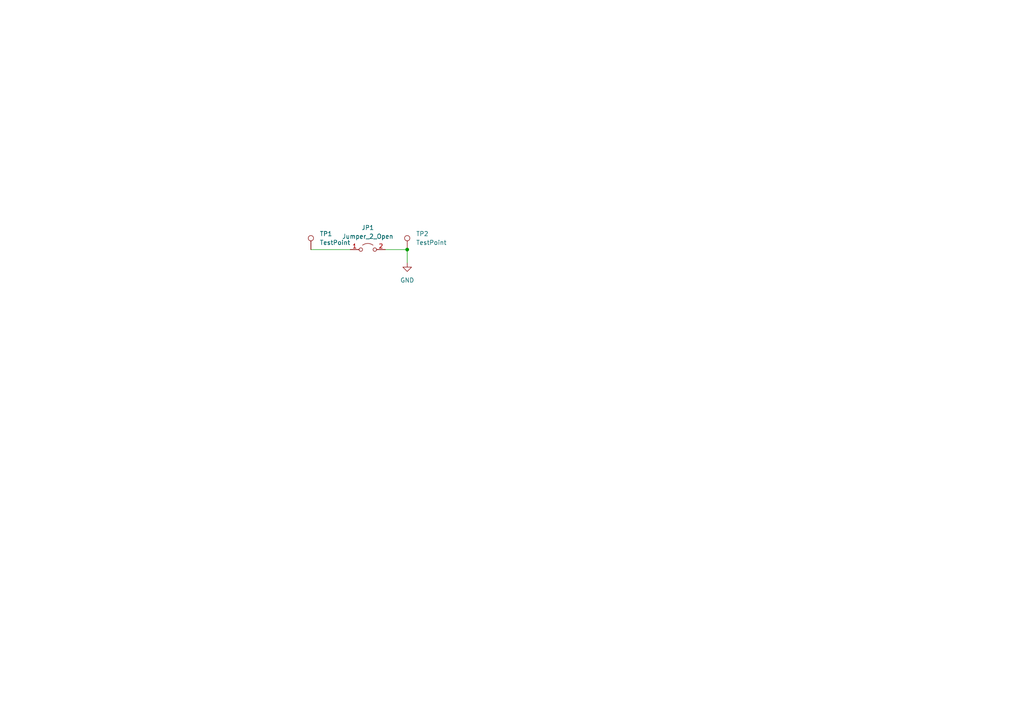
<source format=kicad_sch>
(kicad_sch (version 20230121) (generator eeschema)
  (paper "A4")
  (lib_symbols
    (symbol "Connector:TestPoint" (pin_numbers hide) (pin_names (offset 0.762) hide)
      (property "Reference" "TP" (at 0 6.858 0))
      (property "Value" "TestPoint" (at 0 5.08 0))
      (symbol "TestPoint_0_1"
        (circle (center 0 3.302) (radius 0.762))
      )
      (symbol "TestPoint_1_1"
        (pin passive line (at 0 0 90) (length 2.54) (name "1") (number "1"))
      )
    )
    (symbol "Jumper:Jumper_2_Open" (pin_names (offset 0) hide)
      (property "Reference" "JP" (at 0 2.794 0))
      (property "Value" "Jumper_2_Open" (at 0 -2.286 0))
      (symbol "Jumper_2_Open_0_0"
        (circle (center -2.032 0) (radius 0.508))
        (circle (center 2.032 0) (radius 0.508))
      )
      (symbol "Jumper_2_Open_0_1"
        (arc (start 1.524 1.27) (mid 0 1.778) (end -1.524 1.27))
      )
      (symbol "Jumper_2_Open_1_1"
        (pin passive line (at -5.08 0 0) (length 2.54) (name "A") (number "1"))
        (pin passive line (at 5.08 0 180) (length 2.54) (name "B") (number "2"))
      )
    )
    (symbol "power:GND" (power) (pin_names (offset 0))
      (property "Value" "GND" (at 0 -3.81 0))
      (symbol "GND_0_1"
        (polyline (pts (xy 0 0) (xy 0 -1.27) (xy 1.27 -1.27) (xy 0 -2.54) (xy -1.27 -1.27) (xy 0 -1.27)))
      )
      (symbol "GND_1_1"
        (pin power_in line (at 0 0 270) (length 0) hide (name "GND") (number "1"))
      )
    )
  )
  (junction (at 118.11 72.39))
  (wire (pts (xy 90.17 72.39) (xy 101.6 72.39)))
  (wire (pts (xy 118.11 76.2) (xy 118.11 72.39)))
  (wire (pts (xy 118.11 72.39) (xy 111.76 72.39)))
  (symbol (lib_id "Connector:TestPoint") (at 90.17 72.39 0) (unit 1)
    (property "Reference" "TP1" (at 92.71 67.818 0) (effects (justify left)))
    (property "Value" "TestPoint" (at 92.71 70.358 0) (effects (justify left)))
    (property "Footprint" "TestPoint:TestPoint_Loop_D2.50mm_Drill1.85mm" (effects hide))
  )
  (symbol (lib_id "Jumper:Jumper_2_Open") (at 106.68 72.39 0) (unit 1)
    (property "Reference" "JP1" (at 106.68 66.04 0))
    (property "Value" "Jumper_2_Open" (at 106.68 68.58 0))
    (property "Footprint" "Jumper:SolderJumper-2_P1.3mm_Open_RoundedPad1.0x1.5mm" (effects hide))
  )
  (symbol (lib_id "Connector:TestPoint") (at 118.11 72.39 0) (unit 1)
    (property "Reference" "TP2" (at 120.65 67.818 0) (effects (justify left)))
    (property "Value" "TestPoint" (at 120.65 70.358 0) (effects (justify left)))
    (property "Footprint" "TestPoint:TestPoint_Loop_D2.50mm_Drill1.85mm" (effects hide))
  )
  (symbol (lib_id "power:GND") (at 118.11 76.2 0) (unit 1)
    (property "Reference" "#PWR01" (effects hide))
    (property "Value" "GND" (at 118.11 81.28 0))
  )
)
</source>
